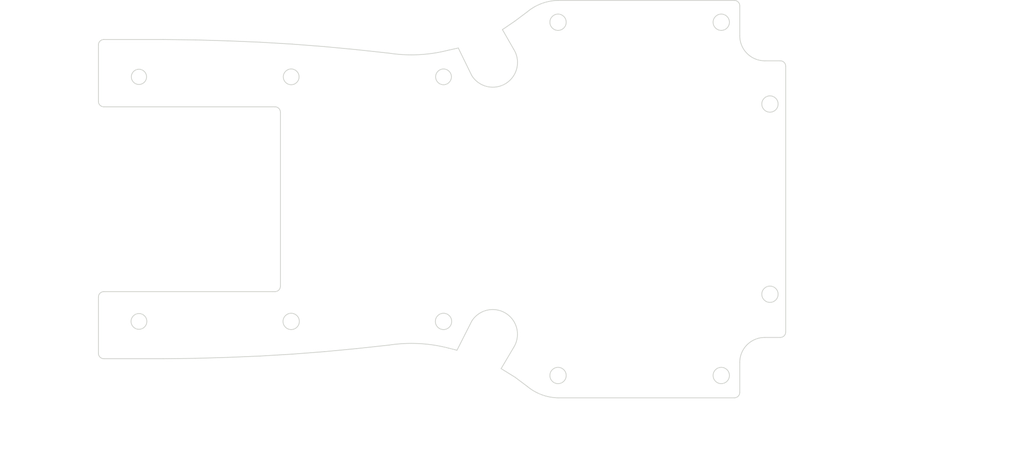
<source format=kicad_pcb>
(kicad_pcb (version 20190605) (host pcbnew "(5.99.0-29-gc3274e15f-dirty)")

  (general
    (thickness 1.6002)
    (drawings 80)
    (tracks 0)
    (modules 0)
    (nets 1)
  )

  (page "USLetter")
  (title_block
    (rev "1")
  )

  (layers
    (0 "Front" signal)
    (1 "In1.Cu" signal)
    (2 "In2.Cu" signal)
    (31 "Back" signal)
    (34 "B.Paste" user)
    (35 "F.Paste" user)
    (36 "B.SilkS" user)
    (37 "F.SilkS" user)
    (38 "B.Mask" user)
    (39 "F.Mask" user)
    (40 "Dwgs.User" user)
    (44 "Edge.Cuts" user)
    (45 "Margin" user)
    (46 "B.CrtYd" user)
    (47 "F.CrtYd" user)
    (49 "F.Fab" user)
  )

  (setup
    (last_trace_width 0.254)
    (user_trace_width 0.127)
    (user_trace_width 0.254)
    (user_trace_width 0.508)
    (user_trace_width 0.762)
    (trace_clearance 0.1524)
    (zone_clearance 0.508)
    (zone_45_only no)
    (trace_min 0.127)
    (via_size 0.6858)
    (via_drill 0.3302)
    (via_min_size 0.4572)
    (via_min_drill 0.254)
    (user_via 0.6858 0.3302)
    (user_via 0.889 0.381)
    (uvia_size 0.6858)
    (uvia_drill 0.3302)
    (uvias_allowed no)
    (uvia_min_size 0)
    (uvia_min_drill 0)
    (max_error 0.005)
    (defaults
      (edge_clearance 0.01)
      (edge_cuts_line_width 0.15)
      (courtyard_line_width 0.05)
      (copper_line_width 0.254)
      (copper_text_dims (size 1.524 1.524) (thickness 0.3048) keep_upright)
      (silk_line_width 0.127)
      (silk_text_dims (size 0.762 0.762) (thickness 0.127) keep_upright)
      (other_layers_line_width 0.1)
      (other_layers_text_dims (size 1 1) (thickness 0.15) keep_upright)
    )
    (pad_size 1.524 1.524)
    (pad_drill 0.762)
    (pad_to_mask_clearance 0)
    (solder_mask_min_width 0.1016)
    (aux_axis_origin 0 0)
    (grid_origin 203.314878 51.004439)
    (visible_elements FFFFFF7F)
    (pcbplotparams
      (layerselection 0x010fc_ffffffff)
      (usegerberextensions false)
      (usegerberattributes false)
      (usegerberadvancedattributes false)
      (creategerberjobfile false)
      (excludeedgelayer true)
      (linewidth 0.152400)
      (plotframeref false)
      (viasonmask false)
      (mode 1)
      (useauxorigin false)
      (hpglpennumber 1)
      (hpglpenspeed 20)
      (hpglpendiameter 15.000000)
      (psnegative false)
      (psa4output false)
      (plotreference true)
      (plotvalue false)
      (plotinvisibletext false)
      (padsonsilk false)
      (subtractmaskfromsilk true)
      (outputformat 1)
      (mirror false)
      (drillshape 0)
      (scaleselection 1)
      (outputdirectory "./gerbers"))
  )

  (net 0 "")

  (net_class "Default" "This is the default net class."
    (clearance 0.1524)
    (trace_width 0.254)
    (via_dia 0.6858)
    (via_drill 0.3302)
    (uvia_dia 0.6858)
    (uvia_drill 0.3302)
    (diff_pair_width 0.1524)
    (diff_pair_gap 0.254)
  )

  (gr_arc (start 202.314878 52.004439) (end 202.314878 51.004439) (angle 90) (layer "Edge.Cuts") (width 0.15) (tstamp 5D6DC745))
  (gr_arc (start 210.759992 63.116578) (end 210.759992 62.116578) (angle 90) (layer "Edge.Cuts") (width 0.15) (tstamp 5D6DC73B))
  (gr_arc (start 202.31484 123.132864) (end 203.31484 123.132864) (angle 90) (layer "Edge.Cuts") (width 0.15) (tstamp 5D6DC732))
  (gr_arc (start 210.759979 112.020737) (end 211.759979 112.020737) (angle 90) (layer "Edge.Cuts") (width 0.15) (tstamp 5D6DC728))
  (gr_arc (start 86.434422 115.936446) (end 86.434422 116.936446) (angle 90) (layer "Edge.Cuts") (width 0.15) (tstamp 5D6DC71E))
  (gr_arc (start 86.434425 59.20087) (end 85.434425 59.20087) (angle 90) (layer "Edge.Cuts") (width 0.15) (tstamp 5D6DC712))
  (gr_arc (start 86.434425 69.581256) (end 86.434425 70.581256) (angle 90) (layer "Edge.Cuts") (width 0.15) (tstamp 5D6DC707))
  (gr_arc (start 86.434422 105.591256) (end 85.434422 105.591256) (angle 90) (layer "Edge.Cuts") (width 0.15) (tstamp 5D6DC6FC))
  (gr_arc (start 117.884422 103.591256) (end 118.884422 103.591256) (angle 90) (layer "Edge.Cuts") (width 0.15) (tstamp 5D6DC6F0))
  (gr_arc (start 117.884422 71.581256) (end 117.884422 70.581256) (angle 90) (layer "Edge.Cuts") (width 0.15))
  (gr_line (start 97.322638 116.936446) (end 86.434422 116.936446) (layer "Edge.Cuts") (width 0.15))
  (gr_line (start 97.322645 58.20087) (end 86.434425 58.20087) (layer "Edge.Cuts") (width 0.15))
  (dimension 58.735576 (width 0.1) (layer "Dwgs.User")
    (gr_text "58.736 mm" (at 71.060457 87.568657 89.99999707) (layer "Dwgs.User")
      (effects (font (size 1 1) (thickness 0.15)))
    )
    (feature1 (pts (xy 85.434422 116.936446) (xy 71.724035 116.936445)))
    (feature2 (pts (xy 85.434425 58.20087) (xy 71.724038 58.200869)))
    (crossbar (pts (xy 72.310459 58.200869) (xy 72.310456 116.936445)))
    (arrow1a (pts (xy 72.310456 116.936445) (xy 71.724035 115.809941)))
    (arrow1b (pts (xy 72.310456 116.936445) (xy 72.896877 115.809941)))
    (arrow2a (pts (xy 72.310459 58.200869) (xy 71.724038 59.327373)))
    (arrow2b (pts (xy 72.310459 58.200869) (xy 72.89688 59.327373)))
  )
  (dimension 34.01 (width 0.1) (layer "Dwgs.User")
    (gr_text "34.010 mm" (at 76.207324 87.586255 89.99999495) (layer "Dwgs.User")
      (effects (font (size 1 1) (thickness 0.15)))
    )
    (feature1 (pts (xy 85.434422 104.591256) (xy 76.870902 104.591255)))
    (feature2 (pts (xy 85.434425 70.581256) (xy 76.870905 70.581255)))
    (crossbar (pts (xy 77.457326 70.581255) (xy 77.457323 104.591255)))
    (arrow1a (pts (xy 77.457323 104.591255) (xy 76.870902 103.464751)))
    (arrow1b (pts (xy 77.457323 104.591255) (xy 78.043744 103.464751)))
    (arrow2a (pts (xy 77.457326 70.581255) (xy 76.870905 71.707759)))
    (arrow2b (pts (xy 77.457326 70.581255) (xy 78.043747 71.707759)))
  )
  (gr_line (start 117.884422 104.591256) (end 86.434422 104.591256) (layer "Edge.Cuts") (width 0.15))
  (gr_line (start 118.884422 71.581256) (end 118.884422 103.591256) (layer "Edge.Cuts") (width 0.15))
  (gr_line (start 86.434425 70.581256) (end 117.884422 70.581256) (layer "Edge.Cuts") (width 0.15))
  (gr_line (start 85.434425 59.20087) (end 85.434425 69.581256) (layer "Edge.Cuts") (width 0.15) (tstamp 5D6DC6A8))
  (dimension 49.999946 (width 0.1) (layer "Dwgs.User")
    (gr_text "50.000 mm" (at 182.914867 97.282191) (layer "Dwgs.User")
      (effects (font (size 1 1) (thickness 0.15)))
    )
    (feature1 (pts (xy 157.914894 117.620737) (xy 157.914894 97.94577)))
    (feature2 (pts (xy 207.91484 117.620737) (xy 207.91484 97.94577)))
    (crossbar (pts (xy 207.91484 98.532191) (xy 157.914894 98.532191)))
    (arrow1a (pts (xy 157.914894 98.532191) (xy 159.041398 97.94577)))
    (arrow1b (pts (xy 157.914894 98.532191) (xy 159.041398 99.118612)))
    (arrow2a (pts (xy 207.91484 98.532191) (xy 206.788336 97.94577)))
    (arrow2b (pts (xy 207.91484 98.532191) (xy 206.788336 99.118612)))
  )
  (dimension 7.45 (width 0.1) (layer "Dwgs.User")
    (gr_text "7.450 mm" (at 89.159422 135.973915) (layer "Dwgs.User")
      (effects (font (size 1 1) (thickness 0.15)))
    )
    (feature1 (pts (xy 92.884422 112.068264) (xy 92.884422 135.310336)))
    (feature2 (pts (xy 85.434422 112.068264) (xy 85.434422 135.310336)))
    (crossbar (pts (xy 85.434422 134.723915) (xy 92.884422 134.723915)))
    (arrow1a (pts (xy 92.884422 134.723915) (xy 91.757918 135.310336)))
    (arrow1b (pts (xy 92.884422 134.723915) (xy 91.757918 134.137494)))
    (arrow2a (pts (xy 85.434422 134.723915) (xy 86.560926 135.310336)))
    (arrow2b (pts (xy 85.434422 134.723915) (xy 86.560926 134.137494)))
  )
  (gr_arc (start 170.104336 114.969049) (end 169.921937 124.132864) (angle 38.54397172) (layer "Edge.Cuts") (width 0.15) (tstamp 5D6DC522))
  (gr_line (start 115.137336 58.694742) (end 121.063806 59.047501) (layer "Edge.Cuts") (width 0.15) (tstamp 5D6DC521))
  (dimension 28 (width 0.1) (layer "Dwgs.User") (tstamp 5D6DC51F)
    (gr_text "28.000 mm" (at 134.86484 136.02636) (layer "Dwgs.User") (tstamp 5D6DC51F)
      (effects (font (size 1 1) (thickness 0.15)))
    )
    (feature1 (pts (xy 148.86484 110.070737) (xy 148.86484 135.362781)))
    (feature2 (pts (xy 120.86484 110.070737) (xy 120.86484 135.362781)))
    (crossbar (pts (xy 120.86484 134.77636) (xy 148.86484 134.77636)))
    (arrow1a (pts (xy 148.86484 134.77636) (xy 147.738336 135.362781)))
    (arrow1b (pts (xy 148.86484 134.77636) (xy 147.738336 134.189939)))
    (arrow2a (pts (xy 120.86484 134.77636) (xy 121.991344 135.362781)))
    (arrow2b (pts (xy 120.86484 134.77636) (xy 121.991344 134.189939)))
  )
  (gr_line (start 159.453614 118.759322) (end 161.984692 120.322998) (layer "Edge.Cuts") (width 0.15) (tstamp 5D6DC51C))
  (gr_line (start 132.916754 60.070531) (end 138.85894 60.713568) (layer "Edge.Cuts") (width 0.15) (tstamp 5D6DC51B))
  (gr_circle (center 208.86484 70.070737) (end 210.36484 70.070737) (layer "Edge.Cuts") (width 0.15) (tstamp 5D6DC519))
  (gr_circle (center 169.91484 55.020737) (end 171.41484 55.020737) (layer "Edge.Cuts") (width 0.15) (tstamp 5D6DC518))
  (gr_circle (center 199.91484 55.020737) (end 201.41484 55.020737) (layer "Edge.Cuts") (width 0.15) (tstamp 5D6DC516))
  (gr_line (start 109.210858 58.4478) (end 115.137336 58.694742) (layer "Edge.Cuts") (width 0.15) (tstamp 5D6DC514))
  (gr_line (start 169.921937 124.132864) (end 202.31484 124.132864) (layer "Edge.Cuts") (width 0.15) (tstamp 5D6DC513))
  (dimension 73.128426 (width 0.1) (layer "Dwgs.User") (tstamp 5D6DC511)
    (gr_text "73.128 mm" (at 254.153574 87.578433 89.98897465) (layer "Dwgs.User") (tstamp 5D6DC511)
      (effects (font (size 1 1) (thickness 0.15)))
    )
    (feature1 (pts (xy 203.328912 51.004439) (xy 253.497031 51.014093)))
    (feature2 (pts (xy 203.31484 124.132864) (xy 253.482959 124.142518)))
    (crossbar (pts (xy 252.896538 124.142405) (xy 252.91061 51.01398)))
    (arrow1a (pts (xy 252.91061 51.01398) (xy 253.496814 52.140597)))
    (arrow1b (pts (xy 252.91061 51.01398) (xy 252.323973 52.140371)))
    (arrow2a (pts (xy 252.896538 124.142405) (xy 253.483175 123.016014)))
    (arrow2b (pts (xy 252.896538 124.142405) (xy 252.310334 123.015788)))
  )
  (gr_line (start 121.063806 59.047501) (end 126.990284 59.506102) (layer "Edge.Cuts") (width 0.15) (tstamp 5D6DC50E))
  (gr_line (start 126.990284 59.506102) (end 132.916754 60.070531) (layer "Edge.Cuts") (width 0.15) (tstamp 5D6DC50D))
  (gr_arc (start 142.961249 141.40018) (end 149.708422 114.960956) (angle -22.96282458) (layer "Edge.Cuts") (width 0.15) (tstamp 5D6DC50C))
  (gr_line (start 161.773933 60.011474) (end 159.692626 56.377981) (layer "Edge.Cuts") (width 0.15) (tstamp 5D6DC68A))
  (gr_arc (start 207.914878 57.516578) (end 207.914878 62.116578) (angle 90) (layer "Edge.Cuts") (width 0.15) (tstamp 5D6DC50A))
  (gr_line (start 97.322638 116.936446) (end 103.249109 116.865876) (layer "Edge.Cuts") (width 0.15) (tstamp 5D6DC508))
  (gr_line (start 203.314878 52.004439) (end 203.314878 57.516578) (layer "Edge.Cuts") (width 0.15) (tstamp 5D6DC507))
  (gr_circle (center 148.86484 65.070737) (end 150.31484 65.070737) (layer "Edge.Cuts") (width 0.15) (tstamp 5D6DC506))
  (gr_line (start 151.33997 115.372769) (end 154.056276 110.010715) (layer "Edge.Cuts") (width 0.15) (tstamp 5D6DC505))
  (gr_arc (start 170.104348 60.168255) (end 169.921949 51.00444) (angle -38.54397172) (layer "Edge.Cuts") (width 0.15) (tstamp 5D6DC500))
  (gr_circle (center 120.86484 65.070737) (end 122.31484 65.070737) (layer "Edge.Cuts") (width 0.15) (tstamp 5D6DC4FF))
  (gr_circle (center 92.884422 110.070737) (end 94.335284 110.070737) (layer "Edge.Cuts") (width 0.15) (tstamp 5D6DC4FE))
  (gr_line (start 161.773512 114.832983) (end 159.453614 118.759322) (layer "Edge.Cuts") (width 0.15) (tstamp 5D6DC4FC))
  (gr_line (start 161.984704 54.814306) (end 164.251577 53.114614) (layer "Edge.Cuts") (width 0.15) (tstamp 5D6DC4FB))
  (gr_line (start 207.914878 62.116578) (end 210.759992 62.116578) (layer "Edge.Cuts") (width 0.15) (tstamp 5D6DC4FA))
  (gr_line (start 159.692626 56.377981) (end 161.984704 54.814306) (layer "Edge.Cuts") (width 0.15) (tstamp 5D6DC4F9))
  (gr_line (start 149.708434 60.17636) (end 151.578982 59.764532) (layer "Edge.Cuts") (width 0.15) (tstamp 5D6DC4F8))
  (gr_line (start 169.92195 51.004439) (end 202.314878 51.004439) (layer "Edge.Cuts") (width 0.15) (tstamp 5D6DC4F7))
  (gr_arc (start 157.914894 112.421849) (end 161.773512 114.832983) (angle -180) (layer "Edge.Cuts") (width 0.15) (tstamp 5D6DC4F6))
  (dimension 65 (width 0.1) (layer "Dwgs.User") (tstamp 5D6DC4F4)
    (gr_text "65.000 mm" (at 245.458434 87.520737 90) (layer "Dwgs.User") (tstamp 5D6DC4F4)
      (effects (font (size 1 1) (thickness 0.15)))
    )
    (feature1 (pts (xy 199.91484 55.020737) (xy 244.794855 55.020737)))
    (feature2 (pts (xy 199.91484 120.020737) (xy 244.794855 120.020737)))
    (crossbar (pts (xy 244.208434 120.020737) (xy 244.208434 55.020737)))
    (arrow1a (pts (xy 244.208434 55.020737) (xy 244.794855 56.147241)))
    (arrow1b (pts (xy 244.208434 55.020737) (xy 243.622013 56.147241)))
    (arrow2a (pts (xy 244.208434 120.020737) (xy 244.794855 118.894233)))
    (arrow2b (pts (xy 244.208434 120.020737) (xy 243.622013 118.894233)))
  )
  (gr_arc (start 157.915315 62.422608) (end 161.773933 60.011474) (angle 180) (layer "Edge.Cuts") (width 0.15) (tstamp 5D6DC4F2))
  (gr_circle (center 169.91484 120.020737) (end 171.41484 120.020737) (layer "Edge.Cuts") (width 0.15) (tstamp 5D6DC4F1))
  (gr_line (start 161.984692 120.322998) (end 164.251565 122.02269) (layer "Edge.Cuts") (width 0.15) (tstamp 5D6DC4F0))
  (gr_line (start 103.249109 116.865876) (end 109.210858 116.689491) (layer "Edge.Cuts") (width 0.15) (tstamp 5D6DC4EF))
  (gr_circle (center 148.86484 110.070737) (end 150.36484 110.070737) (layer "Edge.Cuts") (width 0.15) (tstamp 5D6DC4EE))
  (dimension 21.05 (width 0.1) (layer "Dwgs.User") (tstamp 5D6DC4EC)
    (gr_text "21.050 mm" (at 159.38984 136.02636) (layer "Dwgs.User") (tstamp 5D6DC4EC)
      (effects (font (size 1 1) (thickness 0.15)))
    )
    (feature1 (pts (xy 169.91484 110.070737) (xy 169.91484 135.362781)))
    (feature2 (pts (xy 148.86484 110.070737) (xy 148.86484 135.362781)))
    (crossbar (pts (xy 148.86484 134.77636) (xy 169.91484 134.77636)))
    (arrow1a (pts (xy 169.91484 134.77636) (xy 168.788336 135.362781)))
    (arrow1b (pts (xy 169.91484 134.77636) (xy 168.788336 134.189939)))
    (arrow2a (pts (xy 148.86484 134.77636) (xy 149.991344 135.362781)))
    (arrow2b (pts (xy 148.86484 134.77636) (xy 149.991344 134.189939)))
  )
  (gr_line (start 109.210858 116.689491) (end 115.137329 116.442561) (layer "Edge.Cuts") (width 0.15) (tstamp 5D6DC4EB))
  (gr_line (start 85.434422 105.591256) (end 85.434422 115.936446) (layer "Edge.Cuts") (width 0.15) (tstamp 5D6DC4E8))
  (gr_line (start 103.249116 58.271414) (end 109.210858 58.4478) (layer "Edge.Cuts") (width 0.15) (tstamp 5D6DC4E6))
  (gr_arc (start 142.96126 33.737136) (end 149.708433 60.17636) (angle 22.96282458) (layer "Edge.Cuts") (width 0.15) (tstamp 5D6DC4E5))
  (gr_line (start 115.137329 116.442561) (end 121.0638 116.089789) (layer "Edge.Cuts") (width 0.15) (tstamp 5D6DC4E4))
  (gr_arc (start 207.91484 117.620737) (end 207.91484 113.020737) (angle -90) (layer "Edge.Cuts") (width 0.15) (tstamp 5D6DC4E2))
  (gr_line (start 149.708422 114.960956) (end 151.33997 115.372769) (layer "Edge.Cuts") (width 0.15) (tstamp 5D6DC4E1))
  (gr_circle (center 92.884422 65.070737) (end 94.285315 65.070737) (layer "Edge.Cuts") (width 0.15) (tstamp 5D6DC4E0))
  (gr_circle (center 208.86484 105.070737) (end 210.36484 105.070737) (layer "Edge.Cuts") (width 0.15) (tstamp 5D6DC4DF))
  (gr_circle (center 120.86484 110.070737) (end 122.36484 110.070737) (layer "Edge.Cuts") (width 0.15) (tstamp 5D6DC4DE))
  (gr_line (start 97.322645 58.20087) (end 103.249116 58.271414) (layer "Edge.Cuts") (width 0.15) (tstamp 5D6DC4DD))
  (dimension 30 (width 0.1) (layer "Dwgs.User") (tstamp 5D6DC4DB)
    (gr_text "30.000 mm" (at 184.91484 136.02636) (layer "Dwgs.User") (tstamp 5D6DC4DB)
      (effects (font (size 1 1) (thickness 0.15)))
    )
    (feature1 (pts (xy 199.91484 120.020737) (xy 199.91484 135.362781)))
    (feature2 (pts (xy 169.91484 120.020737) (xy 169.91484 135.362781)))
    (crossbar (pts (xy 169.91484 134.77636) (xy 199.91484 134.77636)))
    (arrow1a (pts (xy 199.91484 134.77636) (xy 198.788336 135.362781)))
    (arrow1b (pts (xy 199.91484 134.77636) (xy 198.788336 134.189939)))
    (arrow2a (pts (xy 169.91484 134.77636) (xy 171.041344 135.362781)))
    (arrow2b (pts (xy 169.91484 134.77636) (xy 171.041344 134.189939)))
  )
  (gr_circle (center 199.91484 120.020737) (end 201.41484 120.020737) (layer "Edge.Cuts") (width 0.15) (tstamp 5D6DC4DA))
  (gr_line (start 207.91484 113.020737) (end 210.759979 113.020737) (layer "Edge.Cuts") (width 0.15) (tstamp 5D6DC4D9))
  (gr_line (start 211.759979 112.020737) (end 211.759992 63.116578) (layer "Edge.Cuts") (width 0.15) (tstamp 5D6DC4D7))
  (gr_line (start 121.0638 116.089789) (end 126.990271 115.631201) (layer "Edge.Cuts") (width 0.15) (tstamp 5D6DC4D6))
  (dimension 50.904159 (width 0.1) (layer "Dwgs.User") (tstamp 5D6DC4D2)
    (gr_text "50.904 mm" (at 236.487175 87.568676 89.99995723) (layer "Dwgs.User") (tstamp 5D6DC4D2)
      (effects (font (size 1 1) (thickness 0.15)))
    )
    (feature1 (pts (xy 211.760017 62.116578) (xy 235.823615 62.116596)))
    (feature2 (pts (xy 211.759979 113.020737) (xy 235.823577 113.020755)))
    (crossbar (pts (xy 235.237156 113.020755) (xy 235.237194 62.116596)))
    (arrow1a (pts (xy 235.237194 62.116596) (xy 235.823614 63.2431)))
    (arrow1b (pts (xy 235.237194 62.116596) (xy 234.650772 63.243099)))
    (arrow2a (pts (xy 235.237156 113.020755) (xy 235.823578 111.894252)))
    (arrow2b (pts (xy 235.237156 113.020755) (xy 234.650736 111.894251)))
  )
  (dimension 35 (width 0.1) (layer "Dwgs.User") (tstamp 5D6DC4D0)
    (gr_text "35.000 mm" (at 226.358434 87.570737 90) (layer "Dwgs.User") (tstamp 5D6DC4D0)
      (effects (font (size 1 1) (thickness 0.15)))
    )
    (feature1 (pts (xy 208.86484 70.070737) (xy 225.694855 70.070737)))
    (feature2 (pts (xy 208.86484 105.070737) (xy 225.694855 105.070737)))
    (crossbar (pts (xy 225.108434 105.070737) (xy 225.108434 70.070737)))
    (arrow1a (pts (xy 225.108434 70.070737) (xy 225.694855 71.197241)))
    (arrow1b (pts (xy 225.108434 70.070737) (xy 224.522013 71.197241)))
    (arrow2a (pts (xy 225.108434 105.070737) (xy 225.694855 103.944233)))
    (arrow2b (pts (xy 225.108434 105.070737) (xy 224.522013 103.944233)))
  )
  (gr_line (start 126.990271 115.631201) (end 132.916743 115.066785) (layer "Edge.Cuts") (width 0.15) (tstamp 5D6DC4CE))
  (gr_line (start 132.916743 115.066785) (end 138.858929 114.423748) (layer "Edge.Cuts") (width 0.15) (tstamp 5D6DC4CD))
  (gr_line (start 203.31484 123.132864) (end 203.31484 117.620737) (layer "Edge.Cuts") (width 0.15) (tstamp 5D6DC4CC))
  (gr_text "1553TTBAT" (at 214.65 131.4) (layer "Dwgs.User") (tstamp 5D6DC4CB)
    (effects (font (size 2 2) (thickness 0.15)))
  )
  (gr_line (start 151.578982 59.764532) (end 154.056697 64.833742) (layer "Edge.Cuts") (width 0.15) (tstamp 5D6DC4C8))

)

</source>
